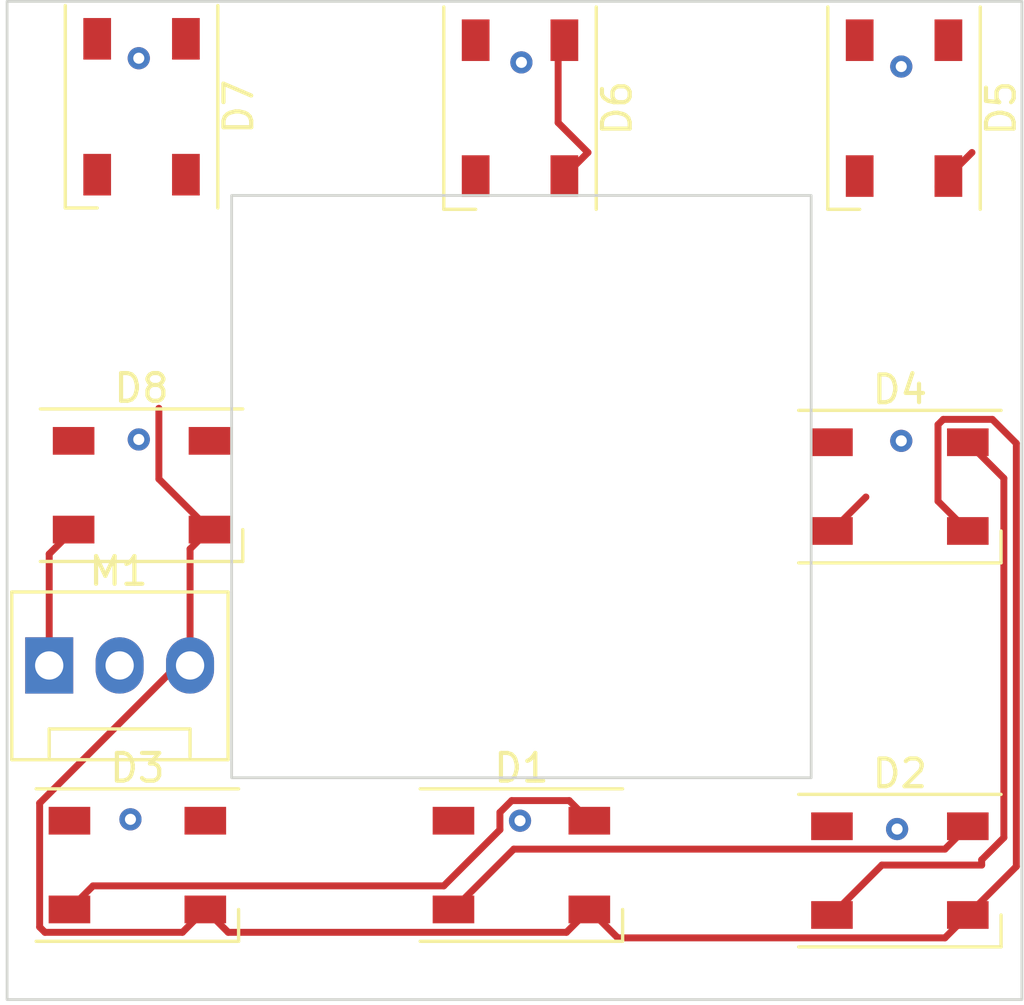
<source format=kicad_pcb>
(kicad_pcb (version 20221018) (generator pcbnew)
  (layers (0 "F.Cu" signal) (31 "B.Cu" signal) (34 "B.Paste" user) (35 "F.Paste" user) (36 "B.SilkS" user "B.Silkscreen") (37 "F.SilkS" user "F.Silkscreen") (38 "B.Mask" user) (39 "F.Mask" user) (44 "Edge.Cuts" user))
  (net 0 "")
  (net 1 "Net-(D1-DIN)")
  (net 2 "Net-(D1-DOUT)")
  (net 3 "Net-(D2-DOUT)")
  (net 5 "Net-(D4-DOUT)")
  (net 6 "Net-(D5-DOUT)")
  (net 7 "Net-(D6-DOUT)")
  (net 8 "Net-(D7-DOUT)")
  (net 9 "Net-(D1-VSS)")
  (net 10 "Net-(D1-VDD)")
  (net 11 "Net-(D8-DOUT)")
  (footprint "LED_SMD:LED_SK6812_PLCC4_5.0x5.0mm_P3.2mm" (layer "F.Cu") (at 106.25 105.8 -90)
    (fp_text reference "D7" (at 0 -3.5 90) (layer "F.SilkS"))
    (fp_text value "SK6812" hide)
    (fp_line (start -3.65 -2.75) (end 3.65 -2.75) (stroke (width 0.12)) (layer "F.SilkS"))
    (fp_line (start -3.65 2.75) (end 3.65 2.75) (stroke (width 0.12)) (layer "F.SilkS"))
    (fp_line (start 3.65 2.75) (end 3.65 1.6) (stroke (width 0.12)) (layer "F.SilkS"))
    (pad "1" smd rect (at 2.45 1.6 270) (size 1.5 1) (layers "F.Cu" "F.Paste" "F.Mask") (net 9 "Net-(D1-VSS)"))
    (pad "2" smd rect (at 2.45 -1.6 270) (size 1.5 1) (layers "F.Cu" "F.Paste" "F.Mask") (net 7 "Net-(D6-DOUT)"))
    (pad "3" smd rect (at -2.45 -1.6 270) (size 1.5 1) (layers "F.Cu" "F.Paste" "F.Mask") (net 10 "Net-(D1-VDD)"))
    (pad "4" smd rect (at -2.45 1.6 270) (size 1.5 1) (layers "F.Cu" "F.Paste" "F.Mask") (net 8 "Net-(D7-DOUT)"))
  )
  (footprint "LED_SMD:LED_SK6812_PLCC4_5.0x5.0mm_P3.2mm" (layer "F.Cu") (at 133.6 119.5)
    (fp_text reference "D4" (at 0 -3.5) (layer "F.SilkS"))
    (fp_text value "SK6812")
    (fp_line (start -3.65 -2.75) (end 3.65 -2.75) (stroke (width 0.12)) (layer "F.SilkS"))
    (fp_line (start -3.65 2.75) (end 3.65 2.75) (stroke (width 0.12)) (layer "F.SilkS"))
    (fp_line (start 3.65 2.75) (end 3.65 1.6) (stroke (width 0.12)) (layer "F.SilkS"))
    (pad "1" smd rect (at 2.45 1.6) (size 1.5 1) (layers "F.Cu" "F.Paste" "F.Mask") (net 9 "Net-(D1-VSS)"))
    (pad "2" smd rect (at 2.45 -1.6) (size 1.5 1) (layers "F.Cu" "F.Paste" "F.Mask") (net 3 "Net-(D2-DOUT)"))
    (pad "3" smd rect (at -2.45 -1.6) (size 1.5 1) (layers "F.Cu" "F.Paste" "F.Mask") (net 10 "Net-(D1-VDD)"))
    (pad "4" smd rect (at -2.45 1.6) (size 1.5 1) (layers "F.Cu" "F.Paste" "F.Mask") (net 5 "Net-(D4-DOUT)"))
  )
  (footprint "LED_SMD:LED_SK6812_PLCC4_5.0x5.0mm_P3.2mm" (layer "F.Cu") (at 119.9 105.85 -90)
    (fp_text reference "D6" (at 0 -3.5 90) (layer "F.SilkS"))
    (fp_text value "SK6812")
    (fp_line (start -3.65 -2.75) (end 3.65 -2.75) (stroke (width 0.12)) (layer "F.SilkS"))
    (fp_line (start -3.65 2.75) (end 3.65 2.75) (stroke (width 0.12)) (layer "F.SilkS"))
    (fp_line (start 3.65 2.75) (end 3.65 1.6) (stroke (width 0.12)) (layer "F.SilkS"))
    (pad "1" smd rect (at 2.45 1.6 270) (size 1.5 1) (layers "F.Cu" "F.Paste" "F.Mask") (net 9 "Net-(D1-VSS)"))
    (pad "2" smd rect (at 2.45 -1.6 270) (size 1.5 1) (layers "F.Cu" "F.Paste" "F.Mask") (net 6 "Net-(D5-DOUT)"))
    (pad "3" smd rect (at -2.45 -1.6 270) (size 1.5 1) (layers "F.Cu" "F.Paste" "F.Mask") (net 10 "Net-(D1-VDD)"))
    (pad "4" smd rect (at -2.45 1.6 270) (size 1.5 1) (layers "F.Cu" "F.Paste" "F.Mask") (net 7 "Net-(D6-DOUT)"))
  )
  (footprint "LED_SMD:LED_SK6812_PLCC4_5.0x5.0mm_P3.2mm" (layer "F.Cu") (at 106.25 119.45)
    (fp_text reference "D8" (at 0 -3.5) (layer "F.SilkS"))
    (fp_text value "SK6812")
    (fp_line (start -3.65 -2.75) (end 3.65 -2.75) (stroke (width 0.12)) (layer "F.SilkS"))
    (fp_line (start -3.65 2.75) (end 3.65 2.75) (stroke (width 0.12)) (layer "F.SilkS"))
    (fp_line (start 3.65 2.75) (end 3.65 1.6) (stroke (width 0.12)) (layer "F.SilkS"))
    (pad "1" smd rect (at 2.45 1.6) (size 1.5 1) (layers "F.Cu" "F.Paste" "F.Mask") (net 9 "Net-(D1-VSS)"))
    (pad "2" smd rect (at 2.45 -1.6) (size 1.5 1) (layers "F.Cu" "F.Paste" "F.Mask") (net 8 "Net-(D7-DOUT)"))
    (pad "3" smd rect (at -2.45 -1.6) (size 1.5 1) (layers "F.Cu" "F.Paste" "F.Mask") (net 10 "Net-(D1-VDD)"))
    (pad "4" smd rect (at -2.45 1.6) (size 1.5 1) (layers "F.Cu" "F.Paste" "F.Mask") (net 11 "Net-(D8-DOUT)"))
  )
  (footprint "LED_SMD:LED_SK6812_PLCC4_5.0x5.0mm_P3.2mm" (layer "F.Cu") (at 133.75 105.85 -90)
    (fp_text reference "D5" (at 0 -3.5 90) (layer "F.SilkS"))
    (fp_text value "SK6812" hide)
    (fp_line (start -3.65 -2.75) (end 3.65 -2.75) (stroke (width 0.12)) (layer "F.SilkS"))
    (fp_line (start -3.65 2.75) (end 3.65 2.75) (stroke (width 0.12)) (layer "F.SilkS"))
    (fp_line (start 3.65 2.75) (end 3.65 1.6) (stroke (width 0.12)) (layer "F.SilkS"))
    (pad "1" smd rect (at 2.45 1.6 270) (size 1.5 1) (layers "F.Cu" "F.Paste" "F.Mask") (net 9 "Net-(D1-VSS)"))
    (pad "2" smd rect (at 2.45 -1.6 270) (size 1.5 1) (layers "F.Cu" "F.Paste" "F.Mask") (net 5 "Net-(D4-DOUT)"))
    (pad "3" smd rect (at -2.45 -1.6 270) (size 1.5 1) (layers "F.Cu" "F.Paste" "F.Mask") (net 10 "Net-(D1-VDD)"))
    (pad "4" smd rect (at -2.45 1.6 270) (size 1.5 1) (layers "F.Cu" "F.Paste" "F.Mask") (net 6 "Net-(D5-DOUT)"))
  )
  (footprint "LED_SMD:LED_SK6812_PLCC4_5.0x5.0mm_P3.2mm" (layer "F.Cu") (at 119.95 133.15)
    (fp_text reference "D1" (at 0 -3.5) (layer "F.SilkS"))
    (fp_text value "SK6812")
    (fp_line (start -3.65 -2.75) (end 3.65 -2.75) (stroke (width 0.12)) (layer "F.SilkS"))
    (fp_line (start -3.65 2.75) (end 3.65 2.75) (stroke (width 0.12)) (layer "F.SilkS"))
    (fp_line (start 3.65 2.75) (end 3.65 1.6) (stroke (width 0.12)) (layer "F.SilkS"))
    (pad "1" smd rect (at 2.45 1.6) (size 1.5 1) (layers "F.Cu" "F.Paste" "F.Mask") (net 9 "Net-(D1-VSS)"))
    (pad "2" smd rect (at 2.45 -1.6) (size 1.5 1) (layers "F.Cu" "F.Paste" "F.Mask") (net 1 "Net-(D1-DIN)"))
    (pad "3" smd rect (at -2.45 -1.6) (size 1.5 1) (layers "F.Cu" "F.Paste" "F.Mask") (net 10 "Net-(D1-VDD)"))
    (pad "4" smd rect (at -2.45 1.6) (size 1.5 1) (layers "F.Cu" "F.Paste" "F.Mask") (net 2 "Net-(D1-DOUT)"))
  )
  (footprint "LED_SMD:LED_SK6812_PLCC4_5.0x5.0mm_P3.2mm" (layer "F.Cu") (at 106.1 133.15)
    (fp_text reference "D3" (at 0 -3.5) (layer "F.SilkS"))
    (fp_text value "SK6812")
    (fp_line (start -3.65 -2.75) (end 3.65 -2.75) (stroke (width 0.12)) (layer "F.SilkS"))
    (fp_line (start -3.65 2.75) (end 3.65 2.75) (stroke (width 0.12)) (layer "F.SilkS"))
    (fp_line (start 3.65 2.75) (end 3.65 1.6) (stroke (width 0.12)) (layer "F.SilkS"))
    (pad "1" smd rect (at 2.45 1.6) (size 1.5 1) (layers "F.Cu" "F.Paste" "F.Mask") (net 9 "Net-(D1-VSS)"))
    (pad "2" smd rect (at 2.45 -1.6) (size 1.5 1) (layers "F.Cu" "F.Paste" "F.Mask"))
    (pad "3" smd rect (at -2.45 -1.6) (size 1.5 1) (layers "F.Cu" "F.Paste" "F.Mask") (net 10 "Net-(D1-VDD)"))
    (pad "4" smd rect (at -2.45 1.6) (size 1.5 1) (layers "F.Cu" "F.Paste" "F.Mask") (net 1 "Net-(D1-DIN)"))
  )
  (footprint "LED_SMD:LED_SK6812_PLCC4_5.0x5.0mm_P3.2mm" (layer "F.Cu") (at 133.6 133.35)
    (fp_text reference "D2" (at 0 -3.5) (layer "F.SilkS"))
    (fp_text value "SK6812")
    (fp_line (start -3.65 -2.75) (end 3.65 -2.75) (stroke (width 0.12)) (layer "F.SilkS"))
    (fp_line (start -3.65 2.75) (end 3.65 2.75) (stroke (width 0.12)) (layer "F.SilkS"))
    (fp_line (start 3.65 2.75) (end 3.65 1.6) (stroke (width 0.12)) (layer "F.SilkS"))
    (pad "1" smd rect (at 2.45 1.6) (size 1.5 1) (layers "F.Cu" "F.Paste" "F.Mask") (net 9 "Net-(D1-VSS)"))
    (pad "2" smd rect (at 2.45 -1.6) (size 1.5 1) (layers "F.Cu" "F.Paste" "F.Mask") (net 2 "Net-(D1-DOUT)"))
    (pad "3" smd rect (at -2.45 -1.6) (size 1.5 1) (layers "F.Cu" "F.Paste" "F.Mask") (net 10 "Net-(D1-VDD)"))
    (pad "4" smd rect (at -2.45 1.6) (size 1.5 1) (layers "F.Cu" "F.Paste" "F.Mask") (net 3 "Net-(D2-DOUT)"))
  )
  (footprint "Connector:FanPinHeader_1x03_P2.54mm_Vertical" (layer "F.Cu") (at 102.92 125.95)
    (fp_text reference "M1" (at 2.5 -3.4) (layer "F.SilkS"))
    (fp_text value "Fan_3pin")
    (fp_line (start -1.35 -2.65) (end 6.45 -2.65) (stroke (width 0.12)) (layer "F.SilkS"))
    (fp_line (start -1.35 3.4) (end -1.35 -2.65) (stroke (width 0.12)) (layer "F.SilkS"))
    (fp_line (start 0 2.29) (end 5.08 2.29) (stroke (width 0.12)) (layer "F.SilkS"))
    (fp_line (start 0 3.3) (end 0 2.29) (stroke (width 0.12)) (layer "F.SilkS"))
    (fp_line (start 5.08 2.29) (end 5.08 3.3) (stroke (width 0.12)) (layer "F.SilkS"))
    (fp_line (start 6.45 -2.65) (end 6.45 3.4) (stroke (width 0.12)) (layer "F.SilkS"))
    (fp_line (start 6.45 3.4) (end -1.35 3.4) (stroke (width 0.12)) (layer "F.SilkS"))
    (pad "1" thru_hole rect (at 0 0 90) (size 2.03 1.73) (drill 1.02) (layers "*.Cu" "*.Mask") (net 11 "Net-(D8-DOUT)"))
    (pad "2" thru_hole oval (at 2.54 0 90) (size 2.03 1.73) (drill 1.02) (layers "*.Cu" "*.Mask") (net 10 "Net-(D1-VDD)"))
    (pad "3" thru_hole oval (at 5.08 0 90) (size 2.03 1.73) (drill 1.02) (layers "*.Cu" "*.Mask") (net 9 "Net-(D1-VSS)"))
  )
  (gr_rect (start 109.5 109) (end 130.4 130) (stroke (width 0.1)) (fill none) (layer "Edge.Cuts"))
  (gr_rect (start 101.4 102) (end 138 138) (stroke (width 0.1)) (fill none) (layer "Edge.Cuts"))
  (via (at 119.9 131.55) (size 0.8) (drill 0.4) (layers "F.Cu" "B.Cu") (net 0))
  (via (at 133.5 131.85) (size 0.8) (drill 0.4) (layers "F.Cu" "B.Cu") (net 0))
  (via (at 106.15 117.8) (size 0.8) (drill 0.4) (layers "F.Cu" "B.Cu") (net 0))
  (via (at 105.85 131.5) (size 0.8) (drill 0.4) (layers "F.Cu" "B.Cu") (net 0))
  (via (at 106.15 104.05) (size 0.8) (drill 0.4) (layers "F.Cu" "B.Cu") (net 0))
  (via (at 119.95 104.2) (size 0.8) (drill 0.4) (layers "F.Cu" "B.Cu") (net 0))
  (via (at 133.65 104.35) (size 0.8) (drill 0.4) (layers "F.Cu" "B.Cu") (net 0))
  (via (at 133.65 117.85) (size 0.8) (drill 0.4) (layers "F.Cu" "B.Cu") (net 0))
  (segment (start 119.175 131.249695) (end 119.175 131.875) (width 0.25) (layer "F.Cu") (net 1))
  (segment (start 117.15 133.9) (end 104.5 133.9) (width 0.25) (layer "F.Cu") (net 1))
  (segment (start 121.675 130.825) (end 119.599695 130.825) (width 0.25) (layer "F.Cu") (net 1))
  (segment (start 104.5 133.9) (end 103.65 134.75) (width 0.25) (layer "F.Cu") (net 1))
  (segment (start 119.175 131.875) (end 117.15 133.9) (width 0.25) (layer "F.Cu") (net 1))
  (segment (start 119.599695 130.825) (end 119.175 131.249695) (width 0.25) (layer "F.Cu") (net 1))
  (segment (start 122.4 131.55) (end 121.675 130.825) (width 0.25) (layer "F.Cu") (net 1))
  (segment (start 119.675 132.575) (end 117.5 134.75) (width 0.25) (layer "F.Cu") (net 2))
  (segment (start 135.225 132.575) (end 119.675 132.575) (width 0.25) (layer "F.Cu") (net 2))
  (segment (start 136.05 131.75) (end 135.225 132.575) (width 0.25) (layer "F.Cu") (net 2))
  (segment (start 132.95 133.15) (end 131.15 134.95) (width 0.25) (layer "F.Cu") (net 3))
  (segment (start 136.05 117.9) (end 137.35 119.2) (width 0.25) (layer "F.Cu") (net 3))
  (segment (start 137.35 119.2) (end 137.35 132.15962) (width 0.25) (layer "F.Cu") (net 3))
  (segment (start 136.55 132.95962) (end 136.55 133.15) (width 0.25) (layer "F.Cu") (net 3))
  (segment (start 137.35 132.15962) (end 136.55 132.95962) (width 0.25) (layer "F.Cu") (net 3))
  (segment (start 136.55 133.15) (end 132.95 133.15) (width 0.25) (layer "F.Cu") (net 3))
  (segment (start 132.375 119.875) (end 131.15 121.1) (width 0.25) (layer "F.Cu") (net 5))
  (segment (start 136.2 107.45) (end 134.975 108.675) (width 0.25) (layer "F.Cu") (net 5))
  (segment (start 107.54038 125.95) (end 108 125.95) (width 0.25) (layer "F.Cu") (net 9))
  (segment (start 102.575 130.91538) (end 107.54038 125.95) (width 0.25) (layer "F.Cu") (net 9))
  (segment (start 102.575 135.38462) (end 102.575 130.91538) (width 0.25) (layer "F.Cu") (net 9))
  (segment (start 108.55 134.75) (end 107.725 135.575) (width 0.25) (layer "F.Cu") (net 9))
  (segment (start 134.975 117.26538) (end 135.16538 117.075) (width 0.25) (layer "F.Cu") (net 9))
  (segment (start 137.8 117.94038) (end 137.8 133.2) (width 0.25) (layer "F.Cu") (net 9))
  (segment (start 107.725 135.575) (end 102.76538 135.575) (width 0.25) (layer "F.Cu") (net 9))
  (segment (start 136.05 134.95) (end 135.225 135.775) (width 0.25) (layer "F.Cu") (net 9))
  (segment (start 135.16538 117.075) (end 136.93462 117.075) (width 0.25) (layer "F.Cu") (net 9))
  (segment (start 136.93462 117.075) (end 137.8 117.94038) (width 0.25) (layer "F.Cu") (net 9))
  (segment (start 108 121.75) (end 108.7 121.05) (width 0.25) (layer "F.Cu") (net 9))
  (segment (start 135.225 135.775) (end 123.425 135.775) (width 0.25) (layer "F.Cu") (net 9))
  (segment (start 134.975 120.025) (end 134.975 117.26538) (width 0.25) (layer "F.Cu") (net 9))
  (segment (start 106.875 119.225) (end 106.875 116.675) (width 0.25) (layer "F.Cu") (net 9))
  (segment (start 121.575 135.575) (end 109.375 135.575) (width 0.25) (layer "F.Cu") (net 9))
  (segment (start 102.76538 135.575) (end 102.575 135.38462) (width 0.25) (layer "F.Cu") (net 9))
  (segment (start 122.4 134.75) (end 121.575 135.575) (width 0.25) (layer "F.Cu") (net 9))
  (segment (start 136.05 121.1) (end 134.975 120.025) (width 0.25) (layer "F.Cu") (net 9))
  (segment (start 108.7 121.05) (end 106.875 119.225) (width 0.25) (layer "F.Cu") (net 9))
  (segment (start 109.375 135.575) (end 108.55 134.75) (width 0.25) (layer "F.Cu") (net 9))
  (segment (start 137.8 133.2) (end 136.05 134.95) (width 0.25) (layer "F.Cu") (net 9))
  (segment (start 108 125.95) (end 108 121.75) (width 0.25) (layer "F.Cu") (net 9))
  (segment (start 123.425 135.775) (end 122.4 134.75) (width 0.25) (layer "F.Cu") (net 9))
  (segment (start 121.275 103.61538) (end 121.46538 103.425) (width 0.25) (layer "F.Cu") (net 10))
  (segment (start 121.275 106.375) (end 121.275 103.61538) (width 0.25) (layer "F.Cu") (net 10))
  (segment (start 122.35 107.45) (end 121.275 106.375) (width 0.25) (layer "F.Cu") (net 10))
  (segment (start 121.525 108.275) (end 122.35 107.45) (width 0.25) (layer "F.Cu") (net 10))
  (segment (start 102.92 125.95) (end 102.92 121.93) (width 0.25) (layer "F.Cu") (net 11))
  (segment (start 102.92 121.93) (end 103.8 121.05) (width 0.25) (layer "F.Cu") (net 11))
)
</source>
